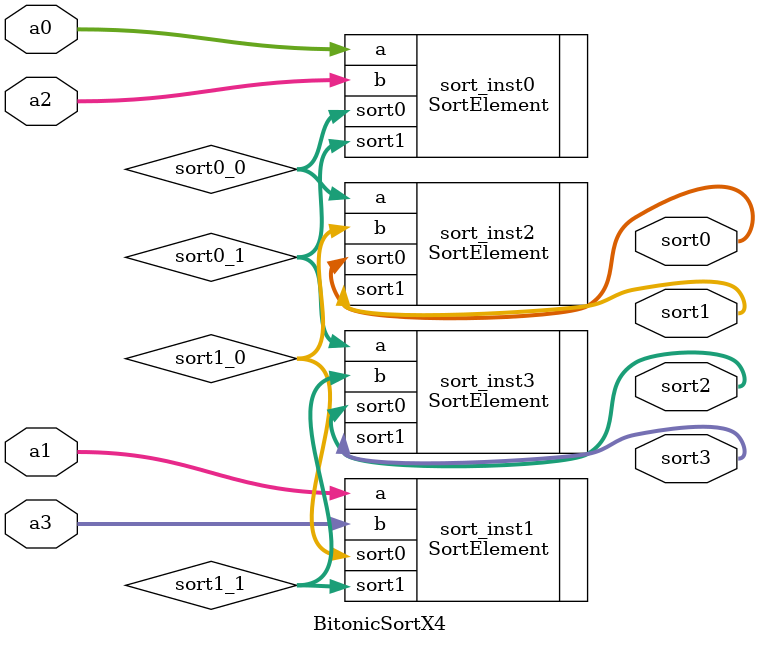
<source format=v>
`timescale 1ns / 1ps


module BitonicSortX4 # (
  parameter DSIZE = 18,
  parameter OFFSET = 8
  )(
  input       [DSIZE-1:0] a0,
  input       [DSIZE-1:0] a1,
  input       [DSIZE-1:0] a2,
  input       [DSIZE-1:0] a3,
  output wire [DSIZE-1:0] sort0,
  output wire [DSIZE-1:0] sort1,
  output wire [DSIZE-1:0] sort2,
  output wire [DSIZE-1:0] sort3
  );

  wire [DSIZE-1:0] sort0_0;
  wire [DSIZE-1:0] sort0_1;
  wire [DSIZE-1:0] sort1_0;
  wire [DSIZE-1:0] sort1_1;

 // half-clean
  SortElement # (
    .DSIZE (DSIZE),
    .OFFSET(OFFSET)
  ) sort_inst0 (
    .a(a0),
    .b(a2),
    .sort0(sort0_0),
    .sort1(sort0_1)
  );
  SortElement # (
    .DSIZE (DSIZE),
    .OFFSET(OFFSET)
  ) sort_inst1 (
    .a(a1),
    .b(a3),
    .sort0(sort1_0),
    .sort1(sort1_1)
  );

// divide sort
  SortElement # (
    .DSIZE (DSIZE),
    .OFFSET(OFFSET)
  ) sort_inst2 (
    .a(sort0_0),
    .b(sort1_0),
    .sort0(sort0),
    .sort1(sort1)
  );
  SortElement # (
    .DSIZE (DSIZE),
    .OFFSET(OFFSET)
  ) sort_inst3 (
    .a(sort0_1),
    .b(sort1_1),
    .sort0(sort2),
    .sort1(sort3)
  );

endmodule

</source>
